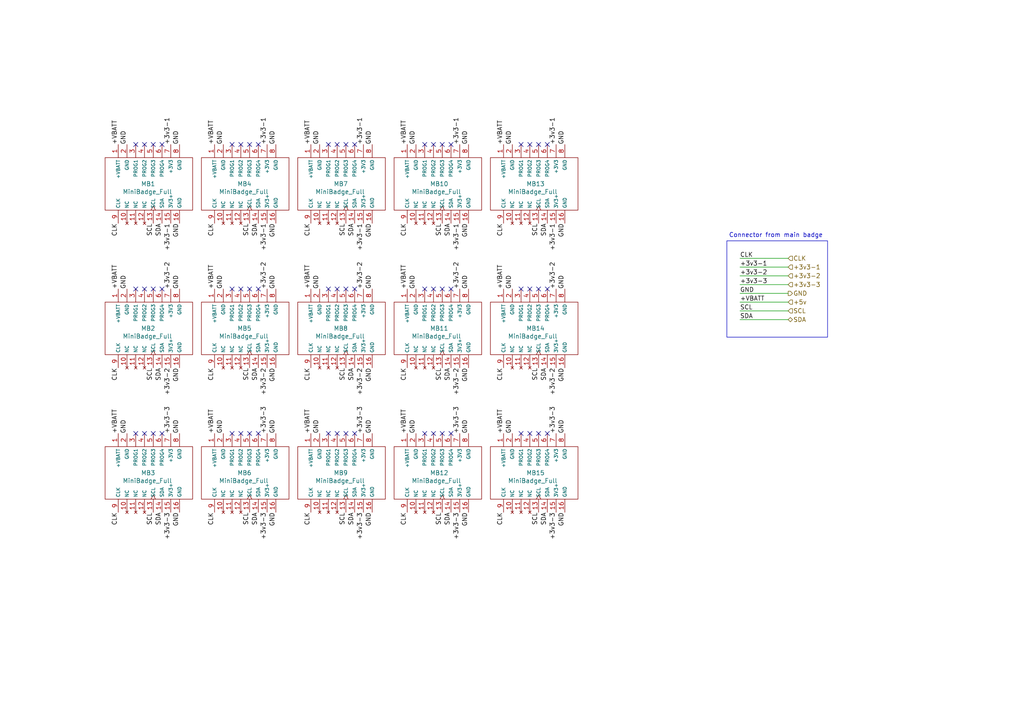
<source format=kicad_sch>
(kicad_sch (version 20231120) (generator "eeschema") (generator_version "8.0")
  (paper "A4")
  (lib_symbols
    (symbol "MiniBadge:MiniBadge_Full"
      (property "Reference" "MB" (at 8.89 0 0))
      (property "Value" "MiniBadge_Full" (at -10.16 0 0))
      (symbol "MiniBadge_Full_0_1"
        (rectangle (start -12.7 7.62) (end 12.7 -7.62))
      )
      (symbol "MiniBadge_Full_1_1"
        (pin power_out line (at -8.89 11.43 270) (length 3.81) (name "+VBATT") (number "1"))
        (pin no_connect line (at -6.35 -11.43 90) (length 3.81) (name "NC") (number "10"))
        (pin no_connect line (at -3.81 -11.43 90) (length 3.81) (name "NC") (number "11"))
        (pin no_connect line (at -1.27 -11.43 90) (length 3.81) (name "NC") (number "12"))
        (pin bidirectional clock (at 1.27 -11.43 90) (length 3.81) (name "SCL") (number "13"))
        (pin output line (at 3.81 -11.43 90) (length 3.81) (name "SDA") (number "14"))
        (pin power_out line (at 6.35 -11.43 90) (length 3.81) (name "3V3+") (number "15"))
        (pin power_out line (at 8.89 -11.43 90) (length 3.81) (name "GND") (number "16"))
        (pin power_out line (at -6.35 11.43 270) (length 3.81) (name "GND") (number "2"))
        (pin bidirectional line (at -3.81 11.43 270) (length 3.81) (name "PROG1") (number "3"))
        (pin bidirectional line (at -1.27 11.43 270) (length 3.81) (name "PROG2") (number "4"))
        (pin bidirectional line (at 1.27 11.43 270) (length 3.81) (name "PROG3") (number "5"))
        (pin bidirectional line (at 3.81 11.43 270) (length 3.81) (name "PROG4") (number "6"))
        (pin power_out line (at 6.35 11.43 270) (length 3.81) (name "+3V3") (number "7"))
        (pin power_out line (at 8.89 11.43 270) (length 3.81) (name "GND") (number "8"))
        (pin output line (at -8.89 -11.43 90) (length 3.81) (name "CLK") (number "9"))
      )
    )
  )
  (no_connect (at 97.79 83.82))
  (no_connect (at 125.73 83.82))
  (no_connect (at 158.75 83.82))
  (no_connect (at 130.81 83.82))
  (no_connect (at 153.67 41.91))
  (no_connect (at 95.25 83.82))
  (no_connect (at 67.31 83.82))
  (no_connect (at 123.19 41.91))
  (no_connect (at 102.87 125.73))
  (no_connect (at 130.81 125.73))
  (no_connect (at 156.21 125.73))
  (no_connect (at 72.39 41.91))
  (no_connect (at 128.27 41.91))
  (no_connect (at 102.87 41.91))
  (no_connect (at 44.45 125.73))
  (no_connect (at 130.81 41.91))
  (no_connect (at 156.21 41.91))
  (no_connect (at 151.13 125.73))
  (no_connect (at 74.93 83.82))
  (no_connect (at 123.19 83.82))
  (no_connect (at 41.91 125.73))
  (no_connect (at 100.33 125.73))
  (no_connect (at 158.75 125.73))
  (no_connect (at 123.19 125.73))
  (no_connect (at 39.37 83.82))
  (no_connect (at 128.27 83.82))
  (no_connect (at 125.73 41.91))
  (no_connect (at 97.79 125.73))
  (no_connect (at 44.45 83.82))
  (no_connect (at 95.25 41.91))
  (no_connect (at 69.85 83.82))
  (no_connect (at 46.99 41.91))
  (no_connect (at 67.31 41.91))
  (no_connect (at 125.73 125.73))
  (no_connect (at 156.21 83.82))
  (no_connect (at 39.37 41.91))
  (no_connect (at 153.67 83.82))
  (no_connect (at 95.25 125.73))
  (no_connect (at 153.67 125.73))
  (no_connect (at 100.33 41.91))
  (no_connect (at 67.31 125.73))
  (no_connect (at 46.99 125.73))
  (no_connect (at 69.85 125.73))
  (no_connect (at 72.39 125.73))
  (no_connect (at 102.87 83.82))
  (no_connect (at 41.91 83.82))
  (no_connect (at 151.13 41.91))
  (no_connect (at 41.91 41.91))
  (no_connect (at 100.33 83.82))
  (no_connect (at 97.79 41.91))
  (no_connect (at 74.93 41.91))
  (no_connect (at 44.45 41.91))
  (no_connect (at 72.39 83.82))
  (no_connect (at 39.37 125.73))
  (no_connect (at 69.85 41.91))
  (no_connect (at 151.13 83.82))
  (no_connect (at 128.27 125.73))
  (no_connect (at 158.75 41.91))
  (no_connect (at 46.99 83.82))
  (no_connect (at 74.93 125.73))
  (wire (pts (xy 214.63 90.17) (xy 228.6 90.17)))
  (wire (pts (xy 214.63 87.63) (xy 228.6 87.63)))
  (wire (pts (xy 214.63 85.09) (xy 228.6 85.09)))
  (wire (pts (xy 214.63 80.01) (xy 228.6 80.01)))
  (wire (pts (xy 214.63 77.47) (xy 228.6 77.47)))
  (wire (pts (xy 214.63 74.93) (xy 228.6 74.93)))
  (wire (pts (xy 214.63 82.55) (xy 228.6 82.55)))
  (wire (pts (xy 214.63 92.71) (xy 228.6 92.71)))
  (rectangle (start 210.82 69.85) (end 240.03 97.79))
  (text "Connector from main badge" (at 225.044 68.326 0) (effects (font (size 1.27 1.27))))
  (label "GND" (at 107.95 83.82 90))
  (label "+3v3-2" (at 161.29 83.82 90))
  (label "GND" (at 107.95 148.59 270))
  (label "+VBATT" (at 34.29 83.82 90))
  (label "GND" (at 107.95 106.68 270))
  (label "+3v3-2" (at 214.63 80.01 0))
  (label "GND" (at 52.07 41.91 90))
  (label "SCL" (at 72.39 106.68 270))
  (label "GND" (at 52.07 125.73 90))
  (label "GND" (at 80.01 125.73 90))
  (label "+3v3-3" (at 77.47 148.59 270))
  (label "+3v3-2" (at 105.41 106.68 270))
  (label "+VBATT" (at 62.23 41.91 90))
  (label "GND" (at 92.71 41.91 90))
  (label "GND" (at 148.59 83.82 90))
  (label "+3v3-3" (at 161.29 125.73 90))
  (label "+3v3-3" (at 214.63 82.55 0))
  (label "GND" (at 163.83 64.77 270))
  (label "GND" (at 107.95 41.91 90))
  (label "SCL" (at 72.39 64.77 270))
  (label "GND" (at 135.89 83.82 90))
  (label "SCL" (at 100.33 106.68 270))
  (label "SDA" (at 214.63 92.71 0))
  (label "+3v3-2" (at 161.29 106.68 270))
  (label "CLK" (at 62.23 64.77 270))
  (label "+3v3-3" (at 77.47 125.73 90))
  (label "+3v3-3" (at 105.41 148.59 270))
  (label "+VBATT" (at 146.05 83.82 90))
  (label "CLK" (at 118.11 106.68 270))
  (label "CLK" (at 34.29 106.68 270))
  (label "CLK" (at 214.63 74.93 0))
  (label "+3v3-1" (at 161.29 64.77 270))
  (label "+3v3-2" (at 133.35 106.68 270))
  (label "GND" (at 52.07 106.68 270))
  (label "SDA" (at 102.87 64.77 270))
  (label "CLK" (at 146.05 148.59 270))
  (label "+VBATT" (at 214.63 87.63 0))
  (label "CLK" (at 146.05 64.77 270))
  (label "SCL" (at 128.27 106.68 270))
  (label "+3v3-1" (at 133.35 41.91 90))
  (label "SCL" (at 156.21 106.68 270))
  (label "GND" (at 120.65 41.91 90))
  (label "GND" (at 52.07 83.82 90))
  (label "SCL" (at 44.45 106.68 270))
  (label "SDA" (at 130.81 106.68 270))
  (label "GND" (at 163.83 83.82 90))
  (label "GND" (at 64.77 125.73 90))
  (label "+3v3-2" (at 49.53 106.68 270))
  (label "SCL" (at 44.45 148.59 270))
  (label "+3v3-1" (at 133.35 64.77 270))
  (label "CLK" (at 146.05 106.68 270))
  (label "SDA" (at 46.99 148.59 270))
  (label "GND" (at 163.83 106.68 270))
  (label "GND" (at 64.77 41.91 90))
  (label "+3v3-3" (at 49.53 125.73 90))
  (label "SCL" (at 156.21 148.59 270))
  (label "GND" (at 80.01 148.59 270))
  (label "SCL" (at 100.33 148.59 270))
  (label "CLK" (at 90.17 148.59 270))
  (label "CLK" (at 62.23 148.59 270))
  (label "GND" (at 80.01 41.91 90))
  (label "GND" (at 36.83 125.73 90))
  (label "CLK" (at 118.11 64.77 270))
  (label "SDA" (at 74.93 148.59 270))
  (label "SCL" (at 44.45 64.77 270))
  (label "+VBATT" (at 34.29 125.73 90))
  (label "GND" (at 80.01 106.68 270))
  (label "GND" (at 163.83 148.59 270))
  (label "+3v3-2" (at 133.35 83.82 90))
  (label "SCL" (at 128.27 64.77 270))
  (label "+VBATT" (at 90.17 125.73 90))
  (label "+VBATT" (at 146.05 41.91 90))
  (label "CLK" (at 90.17 106.68 270))
  (label "GND" (at 135.89 41.91 90))
  (label "SCL" (at 156.21 64.77 270))
  (label "CLK" (at 62.23 106.68 270))
  (label "+3v3-2" (at 77.47 83.82 90))
  (label "GND" (at 92.71 83.82 90))
  (label "SDA" (at 130.81 64.77 270))
  (label "GND" (at 135.89 64.77 270))
  (label "GND" (at 120.65 125.73 90))
  (label "SCL" (at 72.39 148.59 270))
  (label "GND" (at 135.89 106.68 270))
  (label "+3v3-2" (at 105.41 83.82 90))
  (label "GND" (at 148.59 125.73 90))
  (label "+3v3-1" (at 49.53 41.91 90))
  (label "SDA" (at 74.93 106.68 270))
  (label "SCL" (at 214.63 90.17 0))
  (label "GND" (at 163.83 125.73 90))
  (label "+3v3-3" (at 133.35 148.59 270))
  (label "GND" (at 214.63 85.09 0))
  (label "+VBATT" (at 146.05 125.73 90))
  (label "GND" (at 80.01 64.77 270))
  (label "+3v3-3" (at 49.53 148.59 270))
  (label "+VBATT" (at 118.11 125.73 90))
  (label "GND" (at 36.83 41.91 90))
  (label "+3v3-3" (at 133.35 125.73 90))
  (label "SDA" (at 130.81 148.59 270))
  (label "GND" (at 92.71 125.73 90))
  (label "GND" (at 135.89 125.73 90))
  (label "GND" (at 80.01 83.82 90))
  (label "CLK" (at 34.29 64.77 270))
  (label "GND" (at 64.77 83.82 90))
  (label "+3v3-1" (at 161.29 41.91 90))
  (label "+3v3-2" (at 49.53 83.82 90))
  (label "+VBATT" (at 118.11 41.91 90))
  (label "GND" (at 107.95 125.73 90))
  (label "+3v3-1" (at 214.63 77.47 0))
  (label "+VBATT" (at 118.11 83.82 90))
  (label "SDA" (at 158.75 64.77 270))
  (label "GND" (at 148.59 41.91 90))
  (label "GND" (at 135.89 148.59 270))
  (label "GND" (at 163.83 41.91 90))
  (label "GND" (at 36.83 83.82 90))
  (label "SDA" (at 102.87 148.59 270))
  (label "+VBATT" (at 34.29 41.91 90))
  (label "GND" (at 107.95 64.77 270))
  (label "+3v3-3" (at 105.41 125.73 90))
  (label "SDA" (at 46.99 64.77 270))
  (label "SDA" (at 158.75 148.59 270))
  (label "+VBATT" (at 62.23 125.73 90))
  (label "SDA" (at 158.75 106.68 270))
  (label "SDA" (at 46.99 106.68 270))
  (label "+3v3-1" (at 49.53 64.77 270))
  (label "CLK" (at 90.17 64.77 270))
  (label "CLK" (at 118.11 148.59 270))
  (label "+VBATT" (at 90.17 83.82 90))
  (label "GND" (at 52.07 64.77 270))
  (label "SDA" (at 74.93 64.77 270))
  (label "SDA" (at 102.87 106.68 270))
  (label "GND" (at 52.07 148.59 270))
  (label "+3v3-1" (at 105.41 41.91 90))
  (label "CLK" (at 34.29 148.59 270))
  (label "+VBATT" (at 62.23 83.82 90))
  (label "+3v3-2" (at 77.47 106.68 270))
  (label "+3v3-3" (at 161.29 148.59 270))
  (label "+3v3-1" (at 77.47 41.91 90))
  (label "SCL" (at 100.33 64.77 270))
  (label "GND" (at 120.65 83.82 90))
  (label "+3v3-1" (at 77.47 64.77 270))
  (label "SCL" (at 128.27 148.59 270))
  (label "+3v3-1" (at 105.41 64.77 270))
  (label "+VBATT" (at 90.17 41.91 90))
  (hierarchical_label "+5v" (shape input) (at 228.6 87.63 0))
  (hierarchical_label "CLK" (shape input) (at 228.6 74.93 0))
  (hierarchical_label "SCL" (shape input) (at 228.6 90.17 0))
  (hierarchical_label "+3v3-1" (shape input) (at 228.6 77.47 0))
  (hierarchical_label "GND" (shape output) (at 228.6 85.09 0))
  (hierarchical_label "+3v3-3" (shape input) (at 228.6 82.55 0))
  (hierarchical_label "SDA" (shape bidirectional) (at 228.6 92.71 0))
  (hierarchical_label "+3v3-2" (shape input) (at 228.6 80.01 0))
  (symbol (lib_id "MiniBadge:MiniBadge_Full") (at 99.06 137.16 0) (unit 1)
    (property "Reference" "MB9" (at 96.774 137.16 0) (effects (justify left)))
    (property "Value" "MiniBadge_Full" (at 91.44 139.446 0) (effects (justify left)))
    (property "Footprint" "MiniBadge:MiniBadge_Slot_Reflective" (effects (hide yes)))
  )
  (symbol (lib_id "MiniBadge:MiniBadge_Full") (at 71.12 53.34 0) (unit 1)
    (property "Reference" "MB4" (at 68.834 53.34 0) (effects (justify left)))
    (property "Value" "MiniBadge_Full" (at 63.5 55.626 0) (effects (justify left)))
    (property "Footprint" "MiniBadge:MiniBadge_Slot_Reflective" (effects (hide yes)))
  )
  (symbol (lib_id "MiniBadge:MiniBadge_Full") (at 154.94 53.34 0) (unit 1)
    (property "Reference" "MB13" (at 152.654 53.34 0) (effects (justify left)))
    (property "Value" "MiniBadge_Full" (at 147.32 55.626 0) (effects (justify left)))
    (property "Footprint" "MiniBadge:MiniBadge_Slot_Reflective" (effects (hide yes)))
  )
  (symbol (lib_id "MiniBadge:MiniBadge_Full") (at 43.18 53.34 0) (unit 1)
    (property "Reference" "MB1" (at 40.894 53.34 0) (effects (justify left)))
    (property "Value" "MiniBadge_Full" (at 35.56 55.626 0) (effects (justify left)))
    (property "Footprint" "MiniBadge:MiniBadge_Slot_Reflective" (effects (hide yes)))
  )
  (symbol (lib_id "MiniBadge:MiniBadge_Full") (at 71.12 137.16 0) (unit 1)
    (property "Reference" "MB6" (at 68.834 137.16 0) (effects (justify left)))
    (property "Value" "MiniBadge_Full" (at 63.5 139.446 0) (effects (justify left)))
    (property "Footprint" "MiniBadge:MiniBadge_Slot_Reflective" (effects (hide yes)))
  )
  (symbol (lib_id "MiniBadge:MiniBadge_Full") (at 154.94 137.16 0) (unit 1)
    (property "Reference" "MB15" (at 152.654 137.16 0) (effects (justify left)))
    (property "Value" "MiniBadge_Full" (at 147.32 139.446 0) (effects (justify left)))
    (property "Footprint" "MiniBadge:MiniBadge_Slot_Reflective" (effects (hide yes)))
  )
  (symbol (lib_id "MiniBadge:MiniBadge_Full") (at 127 53.34 0) (unit 1)
    (property "Reference" "MB10" (at 124.714 53.34 0) (effects (justify left)))
    (property "Value" "MiniBadge_Full" (at 119.38 55.626 0) (effects (justify left)))
    (property "Footprint" "MiniBadge:MiniBadge_Slot_Reflective" (effects (hide yes)))
  )
  (symbol (lib_id "MiniBadge:MiniBadge_Full") (at 127 137.16 0) (unit 1)
    (property "Reference" "MB12" (at 124.714 137.16 0) (effects (justify left)))
    (property "Value" "MiniBadge_Full" (at 119.38 139.446 0) (effects (justify left)))
    (property "Footprint" "MiniBadge:MiniBadge_Slot_Reflective" (effects (hide yes)))
  )
  (symbol (lib_id "MiniBadge:MiniBadge_Full") (at 99.06 53.34 0) (unit 1)
    (property "Reference" "MB7" (at 96.774 53.34 0) (effects (justify left)))
    (property "Value" "MiniBadge_Full" (at 91.44 55.626 0) (effects (justify left)))
    (property "Footprint" "MiniBadge:MiniBadge_Slot_Reflective" (effects (hide yes)))
  )
  (symbol (lib_id "MiniBadge:MiniBadge_Full") (at 154.94 95.25 0) (unit 1)
    (property "Reference" "MB14" (at 152.654 95.25 0) (effects (justify left)))
    (property "Value" "MiniBadge_Full" (at 147.32 97.536 0) (effects (justify left)))
    (property "Footprint" "MiniBadge:MiniBadge_Slot_Reflective" (effects (hide yes)))
  )
  (symbol (lib_id "MiniBadge:MiniBadge_Full") (at 43.18 95.25 0) (unit 1)
    (property "Reference" "MB2" (at 40.894 95.25 0) (effects (justify left)))
    (property "Value" "MiniBadge_Full" (at 35.56 97.536 0) (effects (justify left)))
    (property "Footprint" "MiniBadge:MiniBadge_Slot_Reflective" (effects (hide yes)))
  )
  (symbol (lib_id "MiniBadge:MiniBadge_Full") (at 99.06 95.25 0) (unit 1)
    (property "Reference" "MB8" (at 96.774 95.25 0) (effects (justify left)))
    (property "Value" "MiniBadge_Full" (at 91.44 97.536 0) (effects (justify left)))
    (property "Footprint" "MiniBadge:MiniBadge_Slot_Reflective" (effects (hide yes)))
  )
  (symbol (lib_id "MiniBadge:MiniBadge_Full") (at 43.18 137.16 0) (unit 1)
    (property "Reference" "MB3" (at 40.894 137.16 0) (effects (justify left)))
    (property "Value" "MiniBadge_Full" (at 35.56 139.446 0) (effects (justify left)))
    (property "Footprint" "MiniBadge:MiniBadge_Slot_Reflective" (effects (hide yes)))
  )
  (symbol (lib_id "MiniBadge:MiniBadge_Full") (at 127 95.25 0) (unit 1)
    (property "Reference" "MB11" (at 124.714 95.25 0) (effects (justify left)))
    (property "Value" "MiniBadge_Full" (at 119.38 97.536 0) (effects (justify left)))
    (property "Footprint" "MiniBadge:MiniBadge_Slot_Reflective" (effects (hide yes)))
  )
  (symbol (lib_id "MiniBadge:MiniBadge_Full") (at 71.12 95.25 0) (unit 1)
    (property "Reference" "MB5" (at 68.834 95.25 0) (effects (justify left)))
    (property "Value" "MiniBadge_Full" (at 63.5 97.536 0) (effects (justify left)))
    (property "Footprint" "MiniBadge:MiniBadge_Slot_Reflective" (effects (hide yes)))
  )
)
</source>
